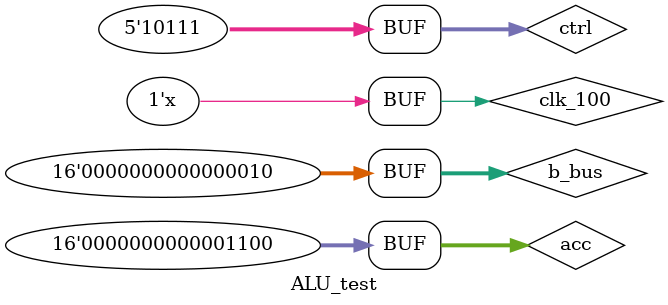
<source format=v>
`timescale 1ns / 1ps


module ALU_test;

	// Inputs
	reg [15:0] b_bus;
	reg [15:0] acc;
	reg [4:0] ctrl;
	reg clk_100;

	// Outputs
	wire z;
	wire n;
	wire o;
	wire [15:0] out;
	
	
	// Instantiate the Unit Under Test (UUT)
	ALU uut (
		.b_bus(b_bus), 
		.acc(acc), 
		.ctrl(ctrl), 
		.z(z), 
		.n(n), 
		.o(o), 
		.out(out),
		.clk_100(clk_100)
	);
	always begin
	#5 clk_100 = ~clk_100;
	end

	initial begin
		// Initialize Inputs
		b_bus = 0;
		acc = 0;
		ctrl = 0;
		clk_100 = 0;

		// Wait 100 ns for global reset to finish
		
		
		
		
		#100;
		ctrl = 0;
      b_bus=15;
		acc = 12;
		// zero
		
		
		#100;
		//one
		ctrl = 1;
      b_bus=15;
		acc = 12;
		
				#100;
		//A-B
		ctrl = 11;
      b_bus=12;
		acc = 12;
		
		#100;
		//negetive one
		ctrl = 2;
      b_bus=15;
		acc = 12;
		
		
		#100;
		//128 
		ctrl = 3;
      b_bus=15;
		acc = 12;
		
		
		#100;
		//A
		ctrl = 4;
      b_bus=16;
		acc  =12;
		
		
		#100;
		//B
		ctrl = 5;
      b_bus=15;
		acc = 12;
		
		
		#100;
		//-A
		ctrl = 6;
      b_bus=15;
		acc = 12;
		
		
		
		#100;
		//-B
		ctrl = 7;
      b_bus=15;
		acc = 12;
		
		
		
		#100;
		//not A
		ctrl = 8;
      b_bus=15;
		acc = 12;
		
		
		#100;
		//not B
		ctrl = 9;
      b_bus=15;
		acc = 12;
		
		
		
		#100;
		//A+B
		ctrl = 10;
      b_bus=16'b1111111111111111;
		acc = 1;
				
		#100;
		//A*B
		ctrl = 12;
      b_bus=15;
		acc = 12;
		
		
		
		#100;
		///A+1
		ctrl = 13;
      b_bus=15;
		acc = 12;
		
		#100;
		//A-1
		ctrl = 14;
      b_bus=15;
		acc = 12;
		
		#100;
		//B+1
		ctrl = 15;
      b_bus=15;
		acc = 12;
		
		
		#100;
		//B-1
		ctrl = 16;
      b_bus=15;
		acc = 12;
		
		#100;
		//and
		ctrl = 17;
      b_bus=15;
		acc = 12;
		
		#100;
		//or
		ctrl = 18;
      b_bus=15;
		acc = 12;
		
		
		#100;
		//xor
		ctrl = 19;
      b_bus=15;
		acc = 12;
		
		#100;
		//shift left
		ctrl = 20;
      b_bus=0;
		acc = 12;
		
		
		#100;
		//shift right
		ctrl = 21;
      b_bus=2;
		acc = 12;
		
		#100;
		//less than
		ctrl = 22;
      b_bus=2;
		acc = 12;
		
		#100;
		//greater than
		ctrl = 23;
      b_bus=2;
		acc = 12;
		
		
		

	end
      
endmodule


</source>
